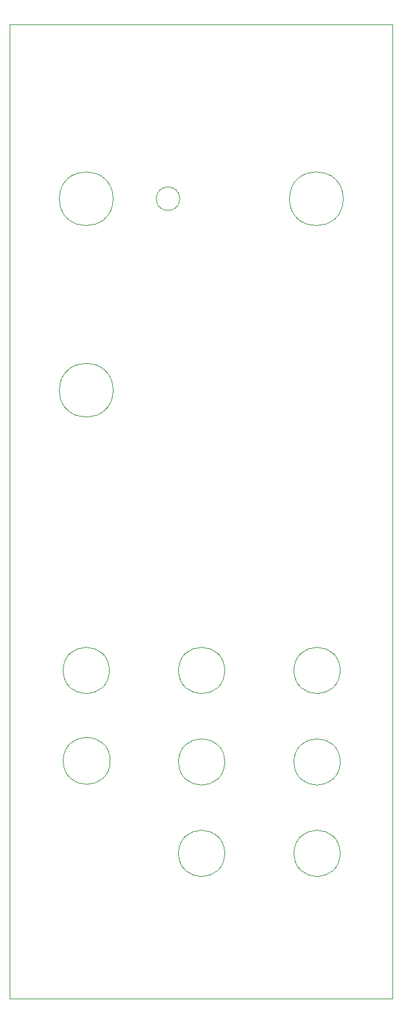
<source format=gbr>
%TF.GenerationSoftware,KiCad,Pcbnew,5.1.12-84ad8e8a86~92~ubuntu20.04.1*%
%TF.CreationDate,2021-12-18T13:57:56-05:00*%
%TF.ProjectId,front_panel,66726f6e-745f-4706-916e-656c2e6b6963,0*%
%TF.SameCoordinates,Original*%
%TF.FileFunction,Profile,NP*%
%FSLAX46Y46*%
G04 Gerber Fmt 4.6, Leading zero omitted, Abs format (unit mm)*
G04 Created by KiCad (PCBNEW 5.1.12-84ad8e8a86~92~ubuntu20.04.1) date 2021-12-18 13:57:56*
%MOMM*%
%LPD*%
G01*
G04 APERTURE LIST*
%TA.AperFunction,Profile*%
%ADD10C,0.050000*%
%TD*%
G04 APERTURE END LIST*
D10*
X22445000Y-23000000D02*
G75*
G03*
X22445000Y-23000000I-1550000J0D01*
G01*
X28390000Y-85230000D02*
G75*
G03*
X28390000Y-85230000I-3050000J0D01*
G01*
X28390000Y-97295000D02*
G75*
G03*
X28390000Y-97295000I-3050000J0D01*
G01*
X43630000Y-85230000D02*
G75*
G03*
X43630000Y-85230000I-3050000J0D01*
G01*
X43630000Y-109360000D02*
G75*
G03*
X43630000Y-109360000I-3050000J0D01*
G01*
X43630000Y-97295000D02*
G75*
G03*
X43630000Y-97295000I-3050000J0D01*
G01*
X44040000Y-23000000D02*
G75*
G03*
X44040000Y-23000000I-3550000J0D01*
G01*
X28390000Y-109360000D02*
G75*
G03*
X28390000Y-109360000I-3050000J0D01*
G01*
X13260000Y-97155000D02*
G75*
G03*
X13260000Y-97155000I-3100000J0D01*
G01*
X13150000Y-85230000D02*
G75*
G03*
X13150000Y-85230000I-3050000J0D01*
G01*
X13650000Y-48260000D02*
G75*
G03*
X13650000Y-48260000I-3550000J0D01*
G01*
X13650000Y-23000000D02*
G75*
G03*
X13650000Y-23000000I-3550000J0D01*
G01*
X0Y0D02*
X50500000Y0D01*
X50500000Y0D02*
X50500000Y-128500000D01*
X0Y-128500000D02*
X50500000Y-128500000D01*
X0Y0D02*
X0Y-128500000D01*
M02*

</source>
